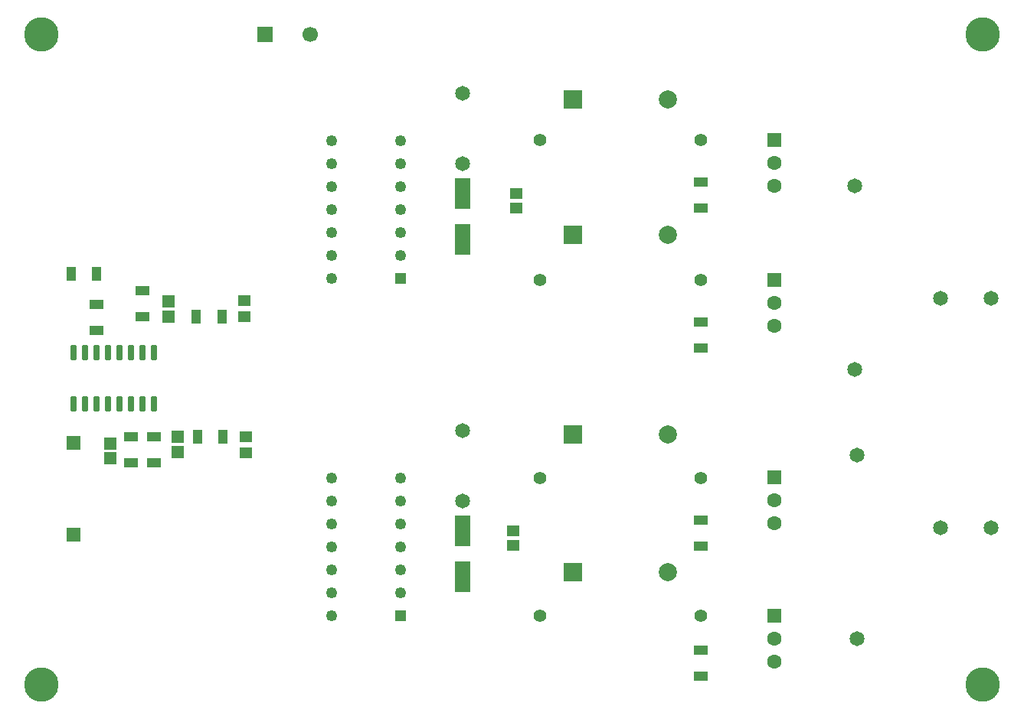
<source format=gbr>
%TF.GenerationSoftware,Altium Limited,Altium Designer,20.0.13 (296)*%
G04 Layer_Color=255*
%FSLAX26Y26*%
%MOIN*%
%TF.FileFunction,Pads,Top*%
%TF.Part,Single*%
G01*
G75*
%TA.AperFunction,SMDPad,CuDef*%
%ADD10R,0.057087X0.051181*%
%ADD11R,0.070866X0.135827*%
%ADD12R,0.057087X0.045276*%
G04:AMPARAMS|DCode=13|XSize=25.591mil|YSize=64.961mil|CornerRadius=1.919mil|HoleSize=0mil|Usage=FLASHONLY|Rotation=180.000|XOffset=0mil|YOffset=0mil|HoleType=Round|Shape=RoundedRectangle|*
%AMROUNDEDRECTD13*
21,1,0.025591,0.061122,0,0,180.0*
21,1,0.021752,0.064961,0,0,180.0*
1,1,0.003839,-0.010876,0.030561*
1,1,0.003839,0.010876,0.030561*
1,1,0.003839,0.010876,-0.030561*
1,1,0.003839,-0.010876,-0.030561*
%
%ADD13ROUNDEDRECTD13*%
%ADD14R,0.064961X0.043307*%
%ADD15R,0.057087X0.053150*%
%ADD16R,0.043307X0.064961*%
%TA.AperFunction,ViaPad*%
%ADD20C,0.150000*%
%TA.AperFunction,ComponentPad*%
%ADD21R,0.059055X0.059055*%
%ADD22R,0.066929X0.066929*%
%ADD23C,0.066929*%
%ADD24C,0.064961*%
%ADD25C,0.078740*%
%ADD26R,0.078740X0.078740*%
%ADD27R,0.059055X0.059055*%
%ADD28R,0.062992X0.062992*%
%ADD29C,0.062992*%
%ADD30C,0.055118*%
%ADD31C,0.049213*%
%ADD32R,0.049213X0.049213*%
D10*
X4468504Y3361496D02*
D03*
Y3298504D02*
D03*
X4455276Y1828504D02*
D03*
Y1891496D02*
D03*
D11*
X4232283Y3360394D02*
D03*
Y3159606D02*
D03*
Y1689606D02*
D03*
Y1890394D02*
D03*
D12*
X3285276Y2895433D02*
D03*
Y2824567D02*
D03*
X3290276Y2229567D02*
D03*
Y2300433D02*
D03*
D13*
X2890276Y2666220D02*
D03*
X2840276D02*
D03*
X2790276D02*
D03*
X2740276D02*
D03*
X2690276D02*
D03*
X2640276D02*
D03*
X2590276D02*
D03*
X2540276D02*
D03*
X2890276Y2443780D02*
D03*
X2840276D02*
D03*
X2790276D02*
D03*
X2740276D02*
D03*
X2690276D02*
D03*
X2640276D02*
D03*
X2590276D02*
D03*
X2540276D02*
D03*
D14*
X2840276Y2937205D02*
D03*
Y2825000D02*
D03*
X5270000Y1371102D02*
D03*
Y1258898D02*
D03*
Y1937205D02*
D03*
Y1825000D02*
D03*
Y2801102D02*
D03*
Y2688898D02*
D03*
Y3411102D02*
D03*
Y3298898D02*
D03*
X2640276Y2876102D02*
D03*
Y2763898D02*
D03*
X2890276Y2187795D02*
D03*
Y2300000D02*
D03*
X2790276Y2188898D02*
D03*
Y2301102D02*
D03*
D15*
X2995276Y2235039D02*
D03*
Y2300000D02*
D03*
X2955276Y2889961D02*
D03*
Y2825000D02*
D03*
X2700276Y2272480D02*
D03*
Y2207520D02*
D03*
D16*
X3186378Y2825000D02*
D03*
X3074173D02*
D03*
X3191378Y2300000D02*
D03*
X3079173D02*
D03*
X2641378Y3010000D02*
D03*
X2529173D02*
D03*
D20*
X6496063Y4055118D02*
D03*
Y1220472D02*
D03*
X2401575Y4055118D02*
D03*
Y1220472D02*
D03*
D21*
X2539370Y1874016D02*
D03*
D22*
X3374016Y4055118D02*
D03*
D23*
X3570866D02*
D03*
D24*
X6535433Y1905000D02*
D03*
Y2905000D02*
D03*
X6315000D02*
D03*
Y1905000D02*
D03*
X4232283Y3491457D02*
D03*
Y3798543D02*
D03*
X5940000Y2595000D02*
D03*
Y3395000D02*
D03*
X5950000Y2220000D02*
D03*
Y1420000D02*
D03*
X4232283Y2328543D02*
D03*
Y2021457D02*
D03*
D25*
X5127165Y3180000D02*
D03*
Y2310000D02*
D03*
Y1710000D02*
D03*
Y3770000D02*
D03*
D26*
X4715354Y3180000D02*
D03*
Y2310000D02*
D03*
Y1710000D02*
D03*
Y3770000D02*
D03*
D27*
X2540276Y2275000D02*
D03*
D28*
X5590551Y3595000D02*
D03*
Y2125000D02*
D03*
Y2985000D02*
D03*
Y1520000D02*
D03*
D29*
Y3495000D02*
D03*
Y3395000D02*
D03*
Y1925000D02*
D03*
Y2025000D02*
D03*
Y2785000D02*
D03*
Y2885000D02*
D03*
Y1320000D02*
D03*
Y1420000D02*
D03*
D30*
X5271260Y2985000D02*
D03*
X4571260D02*
D03*
X5271260Y2120000D02*
D03*
X4571260D02*
D03*
X5271260Y1520000D02*
D03*
X4571260D02*
D03*
Y3595000D02*
D03*
X5271260D02*
D03*
D31*
X3665276Y2990000D02*
D03*
Y3090000D02*
D03*
Y3190000D02*
D03*
Y3290000D02*
D03*
Y3390000D02*
D03*
Y3490000D02*
D03*
Y3590000D02*
D03*
X3965276D02*
D03*
Y3490000D02*
D03*
Y3390000D02*
D03*
Y3290000D02*
D03*
Y3190000D02*
D03*
Y3090000D02*
D03*
Y1620000D02*
D03*
Y1720000D02*
D03*
Y1820000D02*
D03*
Y1920000D02*
D03*
Y2020000D02*
D03*
Y2120000D02*
D03*
X3665276D02*
D03*
Y2020000D02*
D03*
Y1920000D02*
D03*
Y1820000D02*
D03*
Y1720000D02*
D03*
Y1620000D02*
D03*
Y1520000D02*
D03*
D32*
X3965276Y2990000D02*
D03*
Y1520000D02*
D03*
%TF.MD5,83e8c21f1ea7adf36229551c11afaf7a*%
M02*

</source>
